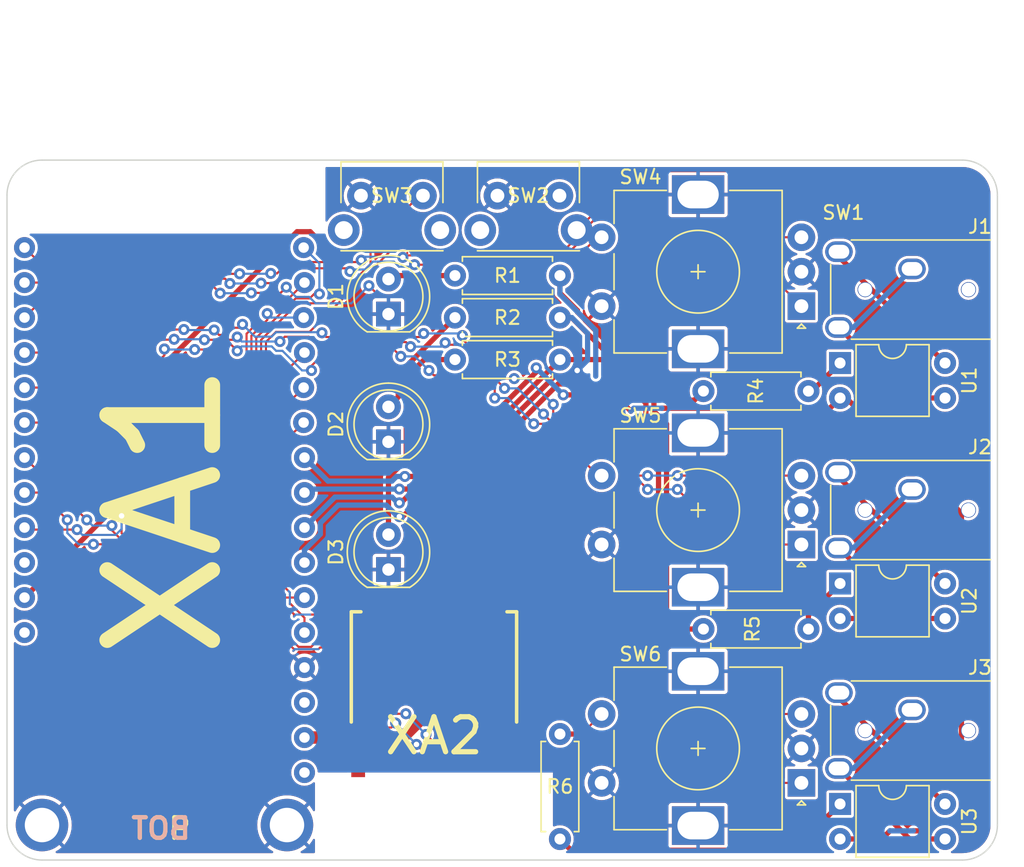
<source format=kicad_pcb>
(kicad_pcb (version 20211014) (generator pcbnew)
  (layers (0 "F.Cu" signal) (31 "B.Cu" signal) (34 "B.Paste" user) (35 "F.Paste" user) (36 "B.SilkS" user "B.Silkscreen") (37 "F.SilkS" user "F.Silkscreen") (38 "B.Mask" user) (39 "F.Mask" user) (44 "Edge.Cuts" user))
  (net 0 "")
  (net 1 "GND")
  (net 2 "Net-(D1-Pad2)")
  (net 3 "Net-(D2-Pad2)")
  (net 4 "Net-(D3-Pad2)")
  (net 5 "Net-(J1-PadR)")
  (net 6 "Net-(J1-PadT)")
  (net 7 "Net-(J2-PadR)")
  (net 8 "Net-(J2-PadT)")
  (net 9 "Net-(J3-PadR)")
  (net 10 "Net-(J3-PadT)")
  (net 11 "Net-(R1-Pad1)")
  (net 12 "Net-(R2-Pad1)")
  (net 13 "Net-(R3-Pad1)")
  (net 14 "Net-(R4-Pad2)")
  (net 15 "Net-(R5-Pad2)")
  (net 16 "Net-(R6-Pad2)")
  (net 18 "Net-(SW1-Pad3)")
  (net 19 "Net-(SW2-Pad2)")
  (net 20 "Net-(SW3-Pad2)")
  (net 21 "Net-(SW4-PadA)")
  (net 22 "Net-(SW4-PadB)")
  (net 23 "Net-(SW4-PadS1)")
  (net 24 "Net-(U1-Pad2)")
  (net 26 "+3.3V")
  (net 28 "/SCK")
  (net 29 "/MOSI")
  (net 30 "/MISO")
  (net 31 "/CS")
  (net 32 "/CE")
  (net 33 "/IRQ")
  (net 34 "VBUS")
  (net 35 "+BATT")
  (net 36 "Net-(SW5-PadA)")
  (net 37 "Net-(SW5-PadB)")
  (net 38 "Net-(SW5-PadS1)")
  (net 39 "Net-(SW6-PadA)")
  (net 40 "Net-(SW6-PadB)")
  (net 41 "Net-(SW6-PadS1)")
  (footprint "footprints:PEC12R-4xxxF-Sxxxx" (layer "F.Cu") (at 173.228 86.8 180)
    (fp_text reference "SW4")
    (fp_text value "PEC12R-4xxxF-Sxxxx")
  )
  (footprint "Resistor_THT:R_Axial_DIN0207_L6.3mm_D2.5mm_P7.62mm_Horizontal" (layer "F.Cu") (at 166.116 110.236)
    (fp_text reference "R5")
    (fp_text value "330")
  )
  (footprint "footprints:TS11-674-XX-BK-XXX-RA-D" (layer "F.Cu") (at 153.416 81.28)
    (fp_text reference "SW2")
    (fp_text value "TS11-674-XX-BK-XXX-RA-D")
  )
  (footprint "Package_DIP:DIP-4_W7.62mm" (layer "F.Cu") (at 176.032 122.931)
    (fp_text reference "U3")
    (fp_text value "AB30")
  )
  (footprint "footprints:CSS-1210TB" (layer "F.Cu") (at 179.578 77.47 180)
    (fp_text reference "SW1")
    (fp_text value "SW_SPDT")
  )
  (footprint "LED_THT:LED_D5.0mm" (layer "F.Cu") (at 143.256 87.376 90)
    (fp_text reference "D1")
    (fp_text value "LED")
  )
  (footprint "footprints:NRF24L01-Mini" (layer "F.Cu") (at 146.558 117.983 180)
    (fp_text reference "XA2")
    (fp_text value "NRF24L01-Mini")
  )
  (footprint "footprints:STX-3000" (layer "F.Cu") (at 187.452 117.602 -90)
    (fp_text reference "J3")
    (fp_text value "STX-3000")
  )
  (footprint "LED_THT:LED_D5.0mm" (layer "F.Cu") (at 143.256 105.918 90)
    (fp_text reference "D3")
    (fp_text value "LED")
  )
  (footprint "footprints:STX-3000" (layer "F.Cu") (at 187.452 85.598 -90)
    (fp_text reference "J1")
    (fp_text value "STX-3000")
  )
  (footprint "footprints:PEC12R-4xxxF-Sxxxx" (layer "F.Cu") (at 173.228 121.4 180)
    (fp_text reference "SW6")
    (fp_text value "PEC12R-4xxxF-Sxxxx")
  )
  (footprint "LED_THT:LED_D5.0mm" (layer "F.Cu") (at 143.256 96.647 90)
    (fp_text reference "D2")
    (fp_text value "LED")
  )
  (footprint "Resistor_THT:R_Axial_DIN0207_L6.3mm_D2.5mm_P7.62mm_Horizontal" (layer "F.Cu") (at 155.702 84.582 180)
    (fp_text reference "R1")
    (fp_text value "680")
  )
  (footprint "Resistor_THT:R_Axial_DIN0207_L6.3mm_D2.5mm_P7.62mm_Horizontal" (layer "F.Cu") (at 155.702 90.678 180)
    (fp_text reference "R3")
    (fp_text value "680")
  )
  (footprint "footprints:STX-3000" (layer "F.Cu") (at 187.452 101.6 -90)
    (fp_text reference "J2")
    (fp_text value "STX-3000")
  )
  (footprint "footprints:TS11-674-XX-BK-XXX-RA-D" (layer "F.Cu") (at 143.51 81.28)
    (fp_text reference "SW3")
    (fp_text value "TS11-674-XX-BK-XXX-RA-D")
  )
  (footprint "Package_DIP:DIP-4_W7.62mm" (layer "F.Cu") (at 176.032 106.929)
    (fp_text reference "U2")
    (fp_text value "AB30")
  )
  (footprint "Resistor_THT:R_Axial_DIN0207_L6.3mm_D2.5mm_P7.62mm_Horizontal" (layer "F.Cu") (at 155.702 117.856 -90)
    (fp_text reference "R6")
    (fp_text value "330")
  )
  (footprint "Resistor_THT:R_Axial_DIN0207_L6.3mm_D2.5mm_P7.62mm_Horizontal" (layer "F.Cu") (at 155.702 87.63 180)
    (fp_text reference "R2")
    (fp_text value "680")
  )
  (footprint "footprints:Adafruit Feather nRF52840 Express" (layer "F.Cu") (at 127 101.6 90)
    (fp_text reference "XA1")
    (fp_text value "Adafruit_nRF52840_Feather_Express")
  )
  (footprint "Resistor_THT:R_Axial_DIN0207_L6.3mm_D2.5mm_P7.62mm_Horizontal" (layer "F.Cu") (at 166.116 92.964)
    (fp_text reference "R4")
    (fp_text value "330")
  )
  (footprint "footprints:PEC12R-4xxxF-Sxxxx" (layer "F.Cu") (at 173.228 104.1 180)
    (fp_text reference "SW5")
    (fp_text value "PEC12R-4xxxF-Sxxxx")
  )
  (footprint "Package_DIP:DIP-4_W7.62mm" (layer "F.Cu") (at 176.032 90.927)
    (fp_text reference "U1")
    (fp_text value "AB30")
  )
  (gr_arc (start 184.912 76.2) (mid 186.708051 76.943949) (end 187.452 78.74) (layer "Edge.Cuts") (width 0.1))
  (gr_line (start 118.11 76.2) (end 184.912 76.2) (layer "Edge.Cuts") (width 0.1))
  (gr_line (start 118.11 127) (end 184.912 127) (layer "Edge.Cuts") (width 0.1))
  (gr_arc (start 118.11 127) (mid 116.313949 126.256051) (end 115.57 124.46) (layer "Edge.Cuts") (width 0.1))
  (gr_arc (start 115.57 78.74) (mid 116.313949 76.943949) (end 118.11 76.2) (layer "Edge.Cuts") (width 0.1))
  (gr_arc (start 187.452 124.46) (mid 186.708051 126.256051) (end 184.912 127) (layer "Edge.Cuts") (width 0.1))
  (gr_line (start 187.452 78.74) (end 187.452 124.46) (layer "Edge.Cuts") (width 0.1))
  (gr_line (start 115.57 124.46) (end 115.57 78.74) (layer "Edge.Cuts") (width 0.1))
  (gr_text "BOT" (at 126.746 124.714) (layer "B.SilkS") (effects (font (size 1.5 1.5) (thickness 0.3)) (justify mirror)))
  (gr_text "TOP" (at 126.746 124.714) (layer "F.SilkS") (effects (font (size 1.5 1.5) (thickness 0.3))))
  (segment (start 148.082 84.582) (end 143.51 84.582) (width 0.381) (layer "F.Cu") (net 2))
  (segment (start 143.51 84.582) (end 143.256 84.836) (width 0.381) (layer "F.Cu") (net 2))
  (segment (start 148.082 87.63) (end 143.9655 91.7465) (width 0.381) (layer "F.Cu") (net 3))
  (segment (start 143.9655 91.7465) (end 143.9655 93.3975) (width 0.381) (layer "F.Cu") (net 3))
  (segment (start 143.9655 93.3975) (end 143.256 94.107) (width 0.381) (layer "F.Cu") (net 3))
  (segment (start 143.256 99.234104) (end 143.256 103.378) (width 0.381) (layer "F.Cu") (net 4))
  (segment (start 144.5465 91.987158) (end 144.5465 97.943604) (width 0.381) (layer "F.Cu") (net 4))
  (segment (start 144.5465 97.943604) (end 143.256 99.234104) (width 0.381) (layer "F.Cu") (net 4))
  (segment (start 145.855658 90.678) (end 144.5465 91.987158) (width 0.381) (layer "F.Cu") (net 4))
  (segment (start 148.082 90.678) (end 145.855658 90.678) (width 0.381) (layer "F.Cu") (net 4))
  (segment (start 183.652 93.467) (end 181.071 93.467) (width 0.381) (layer "F.Cu") (net 5))
  (segment (start 181.071 93.467) (end 175.952 88.348) (width 0.381) (layer "F.Cu") (net 5))
  (segment (start 175.952 88.348) (end 177.002 88.348) (width 0.381) (layer "B.Cu") (net 5))
  (segment (start 177.002 88.348) (end 181.252 84.098) (width 0.381) (layer "B.Cu") (net 5))
  (segment (start 175.952 83.227) (end 183.652 90.927) (width 0.381) (layer "F.Cu") (net 6))
  (segment (start 175.952 82.848) (end 175.952 83.227) (width 0.381) (layer "F.Cu") (net 6))
  (segment (start 181.071 109.469) (end 175.952 104.35) (width 0.381) (layer "F.Cu") (net 7))
  (segment (start 183.652 109.469) (end 181.071 109.469) (width 0.381) (layer "F.Cu") (net 7))
  (segment (start 177.002 104.35) (end 181.252 100.1) (width 0.381) (layer "B.Cu") (net 7))
  (segment (start 175.952 104.35) (end 177.002 104.35) (width 0.381) (layer "B.Cu") (net 7))
  (segment (start 175.952 99.229) (end 175.952 98.85) (width 0.381) (layer "F.Cu") (net 8))
  (segment (start 183.652 106.929) (end 175.952 99.229) (width 0.381) (layer "F.Cu") (net 8))
  (segment (start 181.071 125.471) (end 175.952 120.352) (width 0.381) (layer "F.Cu") (net 9))
  (segment (start 183.652 125.471) (end 181.071 125.471) (width 0.381) (layer "F.Cu") (net 9))
  (segment (start 175.952 120.352) (end 177.002 120.352) (width 0.381) (layer "B.Cu") (net 9))
  (segment (start 177.002 120.352) (end 181.252 116.102) (width 0.381) (layer "B.Cu") (net 9))
  (segment (start 183.652 122.931) (end 175.952 115.231) (width 0.381) (layer "F.Cu") (net 10))
  (segment (start 175.952 115.231) (end 175.952 114.852) (width 0.381) (layer "F.Cu") (net 10))
  (segment (start 165.4515 93.6285) (end 166.116 92.964) (width 0.381) (layer "F.Cu") (net 11))
  (segment (start 147.119153 100.904163) (end 145.464422 100.904163) (width 0.381) (layer "F.Cu") (net 11))
  (segment (start 156.972 87.122) (end 156.972 87.230518) (width 0.381) (layer "F.Cu") (net 11))
  (segment (start 163.369982 93.6285) (end 165.4515 93.6285) (width 0.381) (layer "F.Cu") (net 11))
  (segment (start 156.43578 92.4495) (end 155.573816 92.4495) (width 0.381) (layer "F.Cu") (net 11))
  (segment (start 156.972 87.230518) (end 163.369982 93.6285) (width 0.381) (layer "F.Cu") (net 11))
  (segment (start 155.702 84.582) (end 155.702 85.852) (width 0.381) (layer "F.Cu") (net 11))
  (segment (start 155.573816 92.4495) (end 147.119153 100.904163) (width 0.381) (layer "F.Cu") (net 11))
  (segment (start 144.292518 102.076067) (end 144.046 102.076067) (width 0.381) (layer "F.Cu") (net 11))
  (segment (start 145.464422 100.904163) (end 144.292518 102.076067) (width 0.381) (layer "F.Cu") (net 11))
  (segment (start 155.702 85.852) (end 156.972 87.122) (width 0.381) (layer "F.Cu") (net 11))
  (via (at 144.046 102.076067) (size 0.8) (drill 0.4) (layers "F.Cu" "B.Cu") (net 11))
  (segment (start 139.612597 101.239061) (end 138.3125 102.539158) (width 0.381) (layer "B.Cu") (net 11))
  (segment (start 143.090561 101.239061) (end 139.612597 101.239061) (width 0.381) (layer "B.Cu") (net 11))
  (segment (start 155.702 85.946378) (end 155.702 84.582) (width 0.381) (layer "B.Cu") (net 11))
  (segment (start 137.16 104.499882) (end 137.16 105.41) (width 0.381) (layer "B.Cu") (net 11))
  (segment (start 144.046 102.076067) (end 143.927567 102.076067) (width 0.381) (layer "B.Cu") (net 11))
  (segment (start 138.3125 103.347382) (end 137.16 104.499882) (width 0.381) (layer "B.Cu") (net 11))
  (segment (start 143.927567 102.076067) (end 143.090561 101.239061) (width 0.381) (layer "B.Cu") (net 11))
  (segment (start 138.3125 102.539158) (end 138.3125 103.347382) (width 0.381) (layer "B.Cu") (net 11))
  (segment (start 158.299477 88.543855) (end 155.702 85.946378) (width 0.381) (layer "B.Cu") (net 11))
  (segment (start 158.299477 91.883523) (end 158.299477 88.543855) (width 0.381) (layer "B.Cu") (net 11))
  (segment (start 144.164433 101.076564) (end 144.046 101.076564) (width 0.381) (layer "F.Cu") (net 12))
  (segment (start 146.878495 100.323163) (end 145.223764 100.323163) (width 0.381) (layer "F.Cu") (net 12))
  (segment (start 156.549824 87.63) (end 162.523194 93.60337) (width 0.381) (layer "F.Cu") (net 12))
  (segment (start 155.702 87.63) (end 156.549824 87.63) (width 0.381) (layer "F.Cu") (net 12))
  (segment (start 156.770599 91.293023) (end 156.195122 91.8685) (width 0.381) (layer "F.Cu") (net 12))
  (segment (start 162.523194 94.438464) (end 163.4375 95.35277) (width 0.381) (layer "F.Cu") (net 12))
  (segment (start 145.223764 100.323163) (end 144.888866 100.658061) (width 0.381) (layer "F.Cu") (net 12))
  (segment (start 163.4375 95.35277) (end 163.4375 108.9905) (width 0.381) (layer "F.Cu") (net 12))
  (segment (start 155.333158 91.8685) (end 146.878495 100.323163) (width 0.381) (layer "F.Cu") (net 12))
  (segment (start 156.778776 91.293023) (end 156.770599 91.293023) (width 0.381) (layer "F.Cu") (net 12))
  (segment (start 156.195122 91.8685) (end 155.333158 91.8685) (width 0.381) (layer "F.Cu") (net 12))
  (segment (start 144.582936 100.658061) (end 144.164433 101.076564) (width 0.381) (layer "F.Cu") (net 12))
  (segment (start 162.523194 93.60337) (end 162.523194 94.438464) (width 0.381) (layer "F.Cu") (net 12))
  (segment (start 144.888866 100.658061) (end 144.582936 100.658061) (width 0.381) (layer "F.Cu") (net 12))
  (segment (start 156.953753 91.468) (end 156.778776 91.293023) (width 0.381) (layer "F.Cu") (net 12))
  (segment (start 164.683 110.236) (end 166.116 110.236) (width 0.381) (layer "F.Cu") (net 12))
  (segment (start 163.4375 108.9905) (end 164.683 110.236) (width 0.381) (layer "F.Cu") (net 12))
  (via (at 144.046 101.076564) (size 0.8) (drill 0.4) (layers "F.Cu" "B.Cu") (net 12))
  (via (at 156.953753 91.468) (size 0.8) (drill 0.4) (layers "F.Cu" "B.Cu") (net 12))
  (segment (start 157.708977 88.775013) (end 156.563964 87.63) (width 0.381) (layer "B.Cu") (net 12))
  (segment (start 143.509064 100.658061) (end 139.371939 100.658061) (width 0.381) (layer "B.Cu") (net 12))
  (segment (start 139.371939 100.658061) (end 137.16 102.87) (width 0.381) (layer "B.Cu") (net 12))
  (segment (start 144.046 101.076564) (end 143.927567 101.076564) (width 0.381) (layer "B.Cu") (net 12))
  (segment (start 157.708977 90.712776) (end 157.708977 88.775013) (width 0.381) (layer "B.Cu") (net 12))
  (segment (start 143.927567 101.076564) (end 143.509064 100.658061) (width 0.381) (layer "B.Cu") (net 12))
  (segment (start 156.953753 91.468) (end 157.708977 90.712776) (width 0.381) (layer "B.Cu") (net 12))
  (segment (start 156.563964 87.63) (end 155.702 87.63) (width 0.381) (layer "B.Cu") (net 12))
  (segment (start 144.983106 99.742163) (end 144.648208 100.077061) (width 0.381) (layer "F.Cu") (net 13))
  (segment (start 155.702 90.678) (end 158.776166 90.678) (width 0.381) (layer "F.Cu") (net 13))
  (segment (start 161.942194 93.844028) (end 161.942194 94.679122) (width 0.381) (layer "F.Cu") (net 13))
  (segment (start 158.776166 90.678) (end 161.942194 93.844028) (width 0.381) (layer "F.Cu") (net 13))
  (segment (start 159.238464 117.856) (end 155.702 117.856) (width 0.381) (layer "F.Cu") (net 13))
  (segment (start 162.8565 95.593428) (end 162.8565 114.237964) (width 0.381) (layer "F.Cu") (net 13))
  (segment (start 162.8565 114.237964) (end 159.238464 117.856) (width 0.381) (layer "F.Cu") (net 13))
  (segment (start 144.648208 100.077061) (end 144.046 100.077061) (width 0.381) (layer "F.Cu") (net 13))
  (segment (start 161.942194 94.679122) (end 162.8565 95.593428) (width 0.381) (layer "F.Cu") (net 13))
  (segment (start 146.637837 99.742163) (end 144.983106 99.742163) (width 0.381) (layer "F.Cu") (net 13))
  (segment (start 155.702 90.678) (end 146.637837 99.742163) (width 0.381) (layer "F.Cu") (net 13))
  (via (at 144.046 100.077061) (size 0.8) (drill 0.4) (layers "F.Cu" "B.Cu") (net 13))
  (segment (start 144.046 100.077061) (end 137.412939 100.077061) (width 0.381) (layer "B.Cu") (net 13))
  (segment (start 137.412939 100.077061) (end 137.16 100.33) (width 0.381) (layer "B.Cu") (net 13))
  (segment (start 173.995 92.964) (end 176.032 90.927) (width 0.381) (layer "F.Cu") (net 14))
  (segment (start 173.736 92.964) (end 173.995 92.964) (width 0.381) (layer "F.Cu") (net 14))
  (segment (start 173.736 110.236) (end 173.736 109.225) (width 0.381) (layer "F.Cu") (net 15))
  (segment (start 173.736 109.225) (end 176.032 106.929) (width 0.381) (layer "F.Cu") (net 15))
  (segment (start 172.6725 126.2905) (end 176.032 122.931) (width 0.381) (layer "F.Cu") (net 16))
  (segment (start 156.5165 126.2905) (end 172.6725 126.2905) (width 0.381) (layer "F.Cu") (net 16))
  (segment (start 155.702 125.476) (end 156.5165 126.2905) (width 0.381) (layer "F.Cu") (net 16))
  (segment (start 140.705673 82.920674) (end 139.100556 82.920674) (width 0.381) (layer "F.Cu") (net 18))
  (segment (start 180.578 79.82) (end 180.578 78.0302) (width 0.381) (layer "F.Cu") (net 18))
  (segment (start 139.100556 82.920674) (end 137.577382 81.3975) (width 0.381) (layer "F.Cu") (net 18))
  (segment (start 136.622618 81.3975) (end 125.984 92.036118) (width 0.381) (layer "F.Cu") (net 18))
  (segment (start 144.3695 78.204036) (end 144.3695 79.256847) (width 0.381) (layer "F.Cu") (net 18))
  (segment (start 125.984 98.806) (end 116.84 107.95) (width 0.381) (layer "F.Cu") (net 18))
  (segment (start 179.4383 76.8905) (end 145.683036 76.8905) (width 0.381) (layer "F.Cu") (net 18))
  (segment (start 125.984 92.036118) (end 125.984 98.806) (width 0.381) (layer "F.Cu") (net 18))
  (segment (start 180.578 78.0302) (end 179.4383 76.8905) (width 0.381) (layer "F.Cu") (net 18))
  (segment (start 144.3695 79.256847) (end 140.705673 82.920674) (width 0.381) (layer "F.Cu") (net 18))
  (segment (start 137.577382 81.3975) (end 136.622618 81.3975) (width 0.381) (layer "F.Cu") (net 18))
  (segment (start 145.683036 76.8905) (end 144.3695 78.204036) (width 0.381) (layer "F.Cu") (net 18))
  (segment (start 136.552881 108.811118) (end 136.167463 108.4257) (width 0.1524) (layer "F.Cu") (net 19))
  (segment (start 144.770332 82.58413) (end 143.614107 82.58413) (width 0.1524) (layer "F.Cu") (net 19))
  (segment (start 134.366 105.840833) (end 135.999467 107.4743) (width 0.1524) (layer "F.Cu") (net 19))
  (segment (start 147.058087 83.0872) (end 145.896787 83.0872) (width 0.1524) (layer "F.Cu") (net 19))
  (segment (start 144.949602 82.7634) (end 144.770332 82.58413) (width 0.1524) (layer "F.Cu") (net 19))
  (segment (start 155.666 78.78) (end 154.519 78.78) (width 0.1524) (layer "F.Cu") (net 19))
  (segment (start 137.530037 88.6682) (end 135.091931 88.6682) (width 0.1524) (layer "F.Cu") (net 19))
  (segment (start 136.167463 108.4257) (end 136.09887 108.4257) (width 0.1524) (layer "F.Cu") (net 19))
  (segment (start 134.366 89.394131) (end 134.366 105.840833) (width 0.1524) (layer "F.Cu") (net 19))
  (segment (start 150.498 82.801) (end 147.344287 82.801) (width 0.1524) (layer "F.Cu") (net 19))
  (segment (start 147.344287 82.801) (end 147.058087 83.0872) (width 0.1524) (layer "F.Cu") (net 19))
  (segment (start 137.16 109.418237) (end 136.552881 108.811118) (width 0.1524) (layer "F.Cu") (net 19))
  (segment (start 137.16 110.49) (end 137.16 109.418237) (width 0.1524) (layer "F.Cu") (net 19))
  (segment (start 154.519 78.78) (end 150.498 82.801) (width 0.1524) (layer "F.Cu") (net 19))
  (segment (start 135.091931 88.6682) (end 134.366 89.394131) (width 0.1524) (layer "F.Cu") (net 19))
  (segment (start 143.614107 82.58413) (end 137.530037 88.6682) (width 0.1524) (layer "F.Cu") (net 19))
  (segment (start 145.896787 83.0872) (end 145.572987 82.7634) (width 0.1524) (layer "F.Cu") (net 19))
  (segment (start 145.572987 82.7634) (end 144.949602 82.7634) (width 0.1524) (layer "F.Cu") (net 19))
  (segment (start 136.09887 107.573703) (end 135.999467 107.4743) (width 0.1524) (layer "B.Cu") (net 19))
  (segment (start 136.09887 108.4257) (end 136.09887 107.573703) (width 0.1524) (layer "B.Cu") (net 19))
  (segment (start 135.516158 107.489359) (end 134.0136 105.986801) (width 0.1524) (layer "F.Cu") (net 20))
  (segment (start 137.16 107.95) (end 135.800442 107.95) (width 0.1524) (layer "F.Cu") (net 20))
  (segment (start 145.506361 78.78) (end 145.76 78.78) (width 0.1524) (layer "F.Cu") (net 20))
  (segment (start 141.956177 82.330184) (end 145.506361 78.78) (width 0.1524) (layer "F.Cu") (net 20))
  (segment (start 136.669963 86.5918) (end 139.108775 86.5918) (width 0.1524) (layer "F.Cu") (net 20))
  (segment (start 134.0136 89.248163) (end 136.669963 86.5918) (width 0.1524) (layer "F.Cu") (net 20))
  (segment (start 141.956177 83.744398) (end 141.956177 82.330184) (width 0.1524) (layer "F.Cu") (net 20))
  (segment (start 135.516158 107.665716) (end 135.516158 107.489359) (width 0.1524) (layer "F.Cu") (net 20))
  (segment (start 134.0136 105.986801) (end 134.0136 89.248163) (width 0.1524) (layer "F.Cu") (net 20))
  (segment (start 135.800442 107.95) (end 135.516158 107.665716) (width 0.1524) (layer "F.Cu") (net 20))
  (segment (start 139.108775 86.5918) (end 141.956177 83.744398) (width 0.1524) (layer "F.Cu") (net 20))
  (segment (start 154.960709 82.910291) (end 156.338898 82.910291) (width 0.1524) (layer "F.Cu") (net 21))
  (segment (start 158.19938 80.5238) (end 159.25662 80.5238) (width 0.1524) (layer "F.Cu") (net 21))
  (segment (start 168.5804 82.1524) (end 173.228 86.8) (width 0.1524) (layer "F.Cu") (net 21))
  (segment (start 160.88522 82.1524) (end 168.5804 82.1524) (width 0.1524) (layer "F.Cu") (net 21))
  (segment (start 118.881632 85.09) (end 119.164232 84.8074) (width 0.1524) (layer "F.Cu") (net 21))
  (segment (start 119.164232 84.8074) (end 131.399889 84.8074) (width 0.1524) (layer "F.Cu") (net 21))
  (segment (start 134.007919 85.129429) (end 134.964211 85.129429) (width 0.1524) (layer "F.Cu") (net 21))
  (segment (start 131.399889 84.8074) (end 131.747689 85.1552) (width 0.1524) (layer "F.Cu") (net 21))
  (segment (start 159.25662 80.5238) (end 160.88522 82.1524) (width 0.1524) (layer "F.Cu") (net 21))
  (segment (start 154.3652 83.5058) (end 154.960709 82.910291) (width 0.1524) (layer "F.Cu") (net 21))
  (segment (start 145.146927 83.792) (end 147.350023 83.792) (width 0.1524) (layer "F.Cu") (net 21))
  (segment (start 140.236893 84.0518) (end 140.462 84.276907) (width 0.1524) (layer "F.Cu") (net 21))
  (segment (start 116.84 85.09) (end 118.881632 85.09) (width 0.1524) (layer "F.Cu") (net 21))
  (segment (start 157.2946 81.42858) (end 158.19938 80.5238) (width 0.1524) (layer "F.Cu") (net 21))
  (segment (start 156.338898 82.910291) (end 157.2946 81.954589) (width 0.1524) (layer "F.Cu") (net 21))
  (segment (start 136.04184 84.0518) (end 140.236893 84.0518) (width 0.1524) (layer "F.Cu") (net 21))
  (segment (start 147.350023 83.792) (end 147.636223 83.5058) (width 0.1524) (layer "F.Cu") (net 21))
  (segment (start 147.636223 83.5058) (end 154.3652 83.5058) (width 0.1524) (layer "F.Cu") (net 21))
  (segment (start 157.2946 81.954589) (end 157.2946 81.42858) (width 0.1524) (layer "F.Cu") (net 21))
  (segment (start 134.964211 85.129429) (end 136.04184 84.0518) (width 0.1524) (layer "F.Cu") (net 21))
  (via (at 145.146927 83.792) (size 0.8) (drill 0.4) (layers "F.Cu" "B.Cu") (net 21))
  (via (at 131.747689 85.1552) (size 0.8) (drill 0.4) (layers "F.Cu" "B.Cu") (net 21))
  (via (at 134.007919 85.129429) (size 0.8) (drill 0.4) (layers "F.Cu" "B.Cu") (net 21))
  (via (at 140.462 84.276907) (size 0.8) (drill 0.4) (layers "F.Cu" "B.Cu") (net 21))
  (segment (start 140.598401 84.140506) (end 140.462 84.276907) (width 0.1524) (layer "B.Cu") (net 21))
  (segment (start 144.015893 83.93603) (end 143.645863 83.566) (width 0.1524) (layer "B.Cu") (net 21))
  (segment (start 145.002897 83.93603) (end 144.015893 83.93603) (width 0.1524) (layer "B.Cu") (net 21))
  (segment (start 131.747689 85.1552) (end 133.982148 85.1552) (width 0.1524) (layer "B.Cu") (net 21))
  (segment (start 142.134575 83.566) (end 141.560069 84.140506) (width 0.1524) (layer "B.Cu") (net 21))
  (segment (start 133.982148 85.1552) (end 134.007919 85.129429) (width 0.1524) (layer "B.Cu") (net 21))
  (segment (start 141.560069 84.140506) (end 140.598401 84.140506) (width 0.1524) (layer "B.Cu") (net 21))
  (segment (start 145.146927 83.792) (end 145.002897 83.93603) (width 0.1524) (layer "B.Cu") (net 21))
  (segment (start 143.645863 83.566) (end 142.134575 83.566) (width 0.1524) (layer "B.Cu") (net 21))
  (segment (start 135.994065 83.601207) (end 135.172598 84.422674) (width 0.1524) (layer "F.Cu") (net 22))
  (segment (start 144.300564 83.26033) (end 144.445094 83.1158) (width 0.1524) (layer "F.Cu") (net 22))
  (segment (start 147.204055 83.4396) (end 147.490255 83.1534) (width 0.1524) (layer "F.Cu") (net 22))
  (segment (start 147.490255 83.1534) (end 154.196162 83.1534) (width 0.1524) (layer "F.Cu") (net 22))
  (segment (start 132.447888 84.455) (end 132.454444 84.448444) (width 0.1524) (layer "F.Cu") (net 22))
  (segment (start 154.196162 83.1534) (end 154.791671 82.557891) (width 0.1524) (layer "F.Cu") (net 22))
  (segment (start 118.745 84.455) (end 132.447888 84.455) (width 0.1524) (layer "F.Cu") (net 22))
  (segment (start 145.750819 83.4396) (end 147.204055 83.4396) (width 0.1524) (layer "F.Cu") (net 22))
  (segment (start 156.9422 81.80862) (end 156.9422 81.282612) (width 0.1524) (layer "F.Cu") (net 22))
  (segment (start 144.445094 83.1158) (end 145.427019 83.1158) (width 0.1524) (layer "F.Cu") (net 22))
  (segment (start 156.9422 81.282612) (end 158.053412 80.1714) (width 0.1524) (layer "F.Cu") (net 22))
  (segment (start 159.402588 80.1714) (end 161.031188 81.8) (width 0.1524) (layer "F.Cu") (net 22))
  (segment (start 161.031188 81.8) (end 173.228 81.8) (width 0.1524) (layer "F.Cu") (net 22))
  (segment (start 141.143076 83.601207) (end 135.994065 83.601207) (width 0.1524) (layer "F.Cu") (net 22))
  (segment (start 158.053412 80.1714) (end 159.402588 80.1714) (width 0.1524) (layer "F.Cu") (net 22))
  (segment (start 154.791671 82.557891) (end 156.192929 82.557891) (width 0.1524) (layer "F.Cu") (net 22))
  (segment (start 156.192929 82.557891) (end 156.9422 81.80862) (width 0.1524) (layer "F.Cu") (net 22))
  (segment (start 116.84 82.55) (end 118.745 84.455) (width 0.1524) (layer "F.Cu") (net 22))
  (segment (start 145.427019 83.1158) (end 145.750819 83.4396) (width 0.1524) (layer "F.Cu") (net 22))
  (segment (start 144.300564 83.26033) (end 144.624364 82.93653) (width 0.1524) (layer "F.Cu") (net 22))
  (segment (start 135.172598 84.422674) (end 134.714674 84.422674) (width 0.1524) (layer "F.Cu") (net 22))
  (segment (start 141.279977 83.464306) (end 141.143076 83.601207) (width 0.1524) (layer "F.Cu") (net 22))
  (via (at 132.454444 84.448444) (size 0.8) (drill 0.4) (layers "F.Cu" "B.Cu") (net 22))
  (via (at 134.714674 84.422674) (size 0.8) (drill 0.4) (layers "F.Cu" "B.Cu") (net 22))
  (via (at 144.300564 83.26033) (size 0.8) (drill 0.4) (layers "F.Cu" "B.Cu") (net 22))
  (via (at 141.279977 83.464306) (size 0.8) (drill 0.4) (layers "F.Cu" "B.Cu") (net 22))
  (segment (start 132.454444 84.448444) (end 134.688904 84.448444) (width 0.1524) (layer "B.Cu") (net 22))
  (segment (start 141.530683 83.2136) (end 141.279977 83.464306) (width 0.1524) (layer "B.Cu") (net 22))
  (segment (start 134.688904 84.448444) (end 134.714674 84.422674) (width 0.1524) (layer "B.Cu") (net 22))
  (segment (start 144.300564 83.26033) (end 144.253834 83.2136) (width 0.1524) (layer "B.Cu") (net 22))
  (segment (start 144.253834 83.2136) (end 141.530683 83.2136) (width 0.1524) (layer "B.Cu") (net 22))
  (segment (start 156.950258 83.262694) (end 158.3422 81.870752) (width 0.1524) (layer "F.Cu") (net 23))
  (segment (start 119.888 85.1598) (end 130.338778 85.1598) (width 0.1524) (layer "F.Cu") (net 23))
  (segment (start 150.327778 83.8582) (end 154.582907 83.8582) (width 0.1524) (layer "F.Cu") (net 23))
  (segment (start 130.338778 85.1598) (end 131.040933 85.861955) (width 0.1524) (layer "F.Cu") (net 23))
  (segment (start 116.84 87.63) (end 119.3102 85.1598) (width 0.1524) (layer "F.Cu") (net 23))
  (segment (start 141.836012 85.31781) (end 142.530402 86.0122) (width 0.1524) (layer "F.Cu") (net 23))
  (segment (start 158.3422 81.870752) (end 158.3422 81.8) (width 0.1524) (layer "F.Cu") (net 23))
  (segment (start 154.582907 83.8582) (end 155.178413 83.262694) (width 0.1524) (layer "F.Cu") (net 23))
  (segment (start 135.427207 85.836184) (end 133.301164 85.836184) (width 0.1524) (layer "F.Cu") (net 23))
  (segment (start 148.173777 86.0122) (end 150.327778 83.8582) (width 0.1524) (layer "F.Cu") (net 23))
  (segment (start 119.3102 85.1598) (end 119.888 85.1598) (width 0.1524) (layer "F.Cu") (net 23))
  (segment (start 158.3422 81.8) (end 158.728 81.8) (width 0.1524) (layer "F.Cu") (net 23))
  (segment (start 155.178413 83.262694) (end 156.950258 83.262694) (width 0.1524) (layer "F.Cu") (net 23))
  (segment (start 135.839957 85.423434) (end 135.427207 85.836184) (width 0.1524) (layer "F.Cu") (net 23))
  (segment (start 142.530402 86.0122) (end 148.173777 86.0122) (width 0.1524) (layer "F.Cu") (net 23))
  (via (at 135.839957 85.423434) (size 0.8) (drill 0.4) (layers "F.Cu" "B.Cu") (net 23))
  (via (at 141.836012 85.31781) (size 0.8) (drill 0.4) (layers "F.Cu" "B.Cu") (net 23))
  (via (at 131.040933 85.861955) (size 0.8) (drill 0.4) (layers "F.Cu" "B.Cu") (net 23))
  (via (at 133.301164 85.836184) (size 0.8) (drill 0.4) (layers "F.Cu" "B.Cu") (net 23))
  (segment (start 137.16 86.1282) (end 136.544723 86.1282) (width 0.1524) (layer "B.Cu") (net 23))
  (segment (start 133.275393 85.861955) (end 133.301164 85.836184) (width 0.1524) (layer "B.Cu") (net 23))
  (segment (start 131.040933 85.861955) (end 133.275393 85.861955) (width 0.1524) (layer "B.Cu") (net 23))
  (segment (start 137.698923 86.329076) (end 137.498047 86.1282) (width 0.1524) (layer "B.Cu") (net 23))
  (segment (start 141.836012 85.31781) (end 140.561522 86.5923) (width 0.1524) (layer "B.Cu") (net 23))
  (segment (start 138.176 86.5923) (end 137.962147 86.5923) (width 0.1524) (layer "B.Cu") (net 23))
  (segment (start 140.561522 86.5923) (end 138.176 86.5923) (width 0.1524) (layer "B.Cu") (net 23))
  (segment (start 137.962147 86.5923) (end 137.698923 86.329076) (width 0.1524) (layer "B.Cu") (net 23))
  (segment (start 136.544723 86.1282) (end 135.839957 85.423434) (width 0.1524) (layer "B.Cu") (net 23))
  (segment (start 137.498047 86.1282) (end 137.16 86.1282) (width 0.1524) (layer "B.Cu") (net 23))
  (segment (start 146.397179 99.161163) (end 144.44617 99.161163) (width 0.381) (layer "F.Cu") (net 24))
  (segment (start 175.2895 94.2095) (end 176.032 93.467) (width 0.381) (layer "F.Cu") (net 24))
  (segment (start 163.104194 94.197806) (end 163.115888 94.2095) (width 0.381) (layer "F.Cu") (net 24))
  (segment (start 184.8425 106.934) (end 184.8425 110.6745) (width 0.381) (layer "F.Cu") (net 24))
  (segment (start 182.549378 110.05) (end 183.158878 110.6595) (width 0.381) (layer "F.Cu") (net 24))
  (segment (start 176.481911 93.467) (end 182.477456 99.462545) (width 0.381) (layer "F.Cu") (net 24))
  (segment (start 184.15 124.206) (end 183.642 124.206) (width 0.381) (layer "F.Cu") (net 24))
  (segment (start 183.233378 124.206) (end 182.929689 124.509689) (width 0.381) (layer "F.Cu") (net 24))
  (segment (start 180.830342 110.05) (end 182.549378 110.05) (width 0.381) (layer "F.Cu") (net 24))
  (segment (start 183.642 124.206) (end 183.233378 124.206) (width 0.381) (layer "F.Cu") (net 24))
  (segment (start 182.929689 124.509689) (end 182.558378 124.881) (width 0.381) (layer "F.Cu") (net 24))
  (segment (start 154.167774 91.377838) (end 154.167774 91.390568) (width 0.381) (layer "F.Cu") (net 24))
  (segment (start 180.249342 109.469) (end 180.830342 110.05) (width 0.381) (layer "F.Cu") (net 24))
  (segment (start 184.8425 101.827589) (end 184.8425 106.934) (width 0.381) (layer "F.Cu") (net 24))
  (segment (start 159.668184 93.2395) (end 160.842977 94.414293) (width 0.381) (layer "F.Cu") (net 24))
  (segment (start 183.158878 110.6595) (end 184.8275 110.6595) (width 0.381) (layer "F.Cu") (net 24))
  (segment (start 176.032 93.467) (end 176.481911 93.467) (width 0.381) (layer "F.Cu") (net 24))
  (segment (start 184.8425 123.5135) (end 184.15 124.206) (width 0.381) (layer "F.Cu") (net 24))
  (segment (start 146.581461 98.976881) (end 146.397179 99.161163) (width 0.381) (layer "F.Cu") (net 24))
  (segment (start 182.477456 99.462545) (end 184.8425 101.827589) (width 0.381) (layer "F.Cu") (net 24))
  (segment (start 155.941473 93.2395) (end 159.668184 93.2395) (width 0.381) (layer "F.Cu") (net 24))
  (segment (start 153.982592 91.57575) (end 146.581461 98.976881) (width 0.381) (layer "F.Cu") (net 24))
  (segment (start 179.649983 124.884371) (end 179.063354 125.471) (width 0.381) (layer "F.Cu") (net 24))
  (segment (start 153.982592 91.280179) (end 153.982592 91.57575) (width 0.381) (layer "F.Cu") (net 24))
  (segment (start 184.8275 110.6595) (end 184.8425 110.6745) (width 0.381) (layer "F.Cu") (net 24))
  (segment (start 179.063354 125.471) (end 176.032 125.471) (width 0.381) (layer "F.Cu") (net 24))
  (segment (start 160.842977 94.414293) (end 160.842977 94.427023) (width 0.381) (layer "F.Cu") (net 24))
  (segment (start 182.558378 124.881) (end 181.356 124.881) (width 0.381) (layer "F.Cu") (net 24))
  (segment (start 184.8425 110.6745) (end 184.8425 123.5135) (width 0.381) (layer "F.Cu") (net 24))
  (segment (start 176.032 109.469) (end 180.249342 109.469) (width 0.381) (layer "F.Cu") (net 24))
  (segment (start 163.115888 94.2095) (end 175.2895 94.2095) (width 0.381) (layer "F.Cu") (net 24))
  (via (at 153.982592 91.280179) (size 0.8) (drill 0.4) (layers "F.Cu" "B.Cu") (net 24))
  (via (at 155.941473 93.2395) (size 0.8) (drill 0.4) (layers "F.Cu" "B.Cu") (net 24))
  (via (at 144.44617 99.161163) (size 0.8) (drill 0.4) (layers "F.Cu" "B.Cu") (net 24))
  (segment (start 160.842977 94.427023) (end 161.0605 94.2095) (width 0.381) (layer "B.Cu") (net 24))
  (segment (start 138.866061 99.496061) (end 137.16 97.79) (width 0.381) (layer "B.Cu") (net 24))
  (segment (start 143.843962 99.161163) (end 143.509064 99.496061) (width 0.381) (layer "B.Cu") (net 24))
  (segment (start 155.941473 93.23906) (end 153.982592 91.280179) (width 0.381) (layer "B.Cu") (net 24))
  (segment (start 179.653354 124.881) (end 179.649983 124.884371) (width 0.381) (layer "B.Cu") (net 24))
  (segment (start 144.44617 99.161163) (end 143.843962 99.161163) (width 0.381) (layer "B.Cu") (net 24))
  (segment (start 154.167774 91.377838) (end 154.167774 91.383081) (width 0.381) (layer "B.Cu") (net 24))
  (segment (start 143.509064 99.496061) (end 138.866061 99.496061) (width 0.381) (layer "B.Cu") (net 24))
  (segment (start 155.941473 93.2395) (end 155.941473 93.23906) (width 0.381) (layer "B.Cu") (net 24))
  (segment (start 161.0605 94.2095) (end 163.0925 94.2095) (width 0.381) (layer "B.Cu") (net 24))
  (segment (start 163.0925 94.2095) (end 163.104194 94.197806) (width 0.381) (layer "B.Cu") (net 24))
  (segment (start 181.356 124.881) (end 179.653354 124.881) (width 0.381) (layer "B.Cu") (net 24))
  (segment (start 137.16 118.11) (end 144.272 118.11) (width 0.9) (layer "F.Cu") (net 26))
  (segment (start 144.272 118.11) (end 151.003 111.379) (width 0.9) (layer "F.Cu") (net 26))
  (segment (start 151.003 111.379) (end 151.003 109.347) (width 0.9) (layer "F.Cu") (net 26))
  (segment (start 144.964804 107.95) (end 144.193172 107.95) (width 0.1524) (layer "F.Cu") (net 28))
  (segment (start 136.1218 96.2282) (end 137.1 95.25) (width 0.1524) (layer "F.Cu") (net 28))
  (segment (start 145.923 109.347) (end 145.923 108.908196) (width 0.1524) (layer "F.Cu") (net 28))
  (segment (start 143.18994 107.7184) (end 142.81514 107.3436) (width 0.1524) (layer "F.Cu") (net 28))
  (segment (start 142.81514 107.3436) (end 140.353968 107.3436) (width 0.1524) (layer "F.Cu") (net 28))
  (segment (start 145.923 108.908196) (end 144.964804 107.95) (width 0.1524) (layer "F.Cu") (net 28))
  (segment (start 140.353968 107.3436) (end 138.565501 105.555133) (width 0.1524) (layer "F.Cu") (net 28))
  (segment (start 144.193172 107.95) (end 143.961572 107.7184) (width 0.1524) (layer "F.Cu") (net 28))
  (segment (start 143.961572 107.7184) (end 143.18994 107.7184) (width 0.1524) (layer "F.Cu") (net 28))
  (segment (start 136.1218 100.760037) (end 136.1218 96.2282) (width 0.1524) (layer "F.Cu") (net 28))
  (segment (start 143.815604 108.0708) (end 143.043972 108.0708) (width 0.1524) (layer "F.Cu") (net 29))
  (segment (start 136.1218 103.300037) (end 136.1218 101.258405) (width 0.1524) (layer "F.Cu") (net 29))
  (segment (start 142.691572 107.7184) (end 140.2304 107.7184) (width 0.1524) (layer "F.Cu") (net 29))
  (segment (start 135.7694 94.0406) (end 137.1 92.71) (width 0.1524) (layer "F.Cu") (net 29))
  (segment (start 140.2304 107.7184) (end 138.213101 105.701101) (width 0.1524) (layer "F.Cu") (net 29))
  (segment (start 144.653 109.347) (end 144.653 108.908196) (width 0.1524) (layer "F.Cu") (net 29))
  (segment (start 143.043972 108.0708) (end 142.691572 107.7184) (width 0.1524) (layer "F.Cu") (net 29))
  (segment (start 136.1218 101.258405) (end 135.7694 100.906005) (width 0.1524) (layer "F.Cu") (net 29))
  (segment (start 144.653 108.908196) (end 143.815604 108.0708) (width 0.1524) (layer "F.Cu") (net 29))
  (segment (start 135.7694 100.906005) (end 135.7694 94.0406) (width 0.1524) (layer "F.Cu") (net 29))
  (segment (start 135.417 91.913) (end 137.16 90.17) (width 0.1524) (layer "F.Cu") (net 30))
  (segment (start 135.7694 101.404373) (end 135.417 101.051973) (width 0.1524) (layer "F.Cu") (net 30))
  (segment (start 136.1218 105.840037) (end 136.1218 103.798405) (width 0.1524) (layer "F.Cu") (net 30))
  (segment (start 136.1218 103.798405) (end 135.7694 103.446005) (width 0.1524) (layer "F.Cu") (net 30))
  (segment (start 138.471811 106.458179) (end 136.739942 106.458179) (width 0.1524) (layer "F.Cu") (net 30))
  (segment (start 143.383 109.347) (end 143.383 108.908196) (width 0.1524) (layer "F.Cu") (net 30))
  (segment (start 140.084432 108.0708) (end 138.471811 106.458179) (width 0.1524) (layer "F.Cu") (net 30))
  (segment (start 136.739942 106.458179) (end 136.1218 105.840037) (width 0.1524) (layer "F.Cu") (net 30))
  (segment (start 135.417 101.051973) (end 135.417 91.913) (width 0.1524) (layer "F.Cu") (net 30))
  (segment (start 135.7694 103.446005) (end 135.7694 101.404373) (width 0.1524) (layer "F.Cu") (net 30))
  (segment (start 143.383 108.908196) (end 142.545604 108.0708) (width 0.1524) (layer "F.Cu") (net 30))
  (segment (start 142.545604 108.0708) (end 140.084432 108.0708) (width 0.1524) (layer "F.Cu") (net 30))
  (segment (start 134.811358 107.781295) (end 134.811358 108.310005) (width 0.1524) (layer "F.Cu") (net 31))
  (segment (start 136.1218 110.920037) (end 136.729963 111.5282) (width 0.1524) (layer "F.Cu") (net 31))
  (segment (start 134.811358 108.310005) (end 135.921628 109.420275) (width 0.1524) (layer "F.Cu") (net 31))
  (segment (start 136.729963 111.5282) (end 137.6458 111.5282) (width 0.1524) (layer "F.Cu") (net 31))
  (segment (start 134.459707 87.799925) (end 133.3088 88.950832) (width 0.1524) (layer "F.Cu") (net 31))
  (segment (start 137.6458 111.5282) (end 137.9538 111.2202) (width 0.1524) (layer "F.Cu") (net 31))
  (segment (start 137.9538 111.2202) (end 146.755249 111.2202) (width 0.1524) (layer "F.Cu") (net 31))
  (segment (start 135.921628 109.420275) (end 135.921628 109.526056) (width 0.1524) (layer "F.Cu") (net 31))
  (segment (start 133.3088 88.950832) (end 133.3088 106.278738) (width 0.1524) (layer "F.Cu") (net 31))
  (segment (start 135.921628 109.526056) (end 136.1218 109.726228) (width 0.1524) (layer "F.Cu") (net 31))
  (segment (start 147.193 110.782449) (end 147.193 109.347) (width 0.1524) (layer "F.Cu") (net 31))
  (segment (start 133.3088 106.278738) (end 134.811358 107.781295) (width 0.1524) (layer "F.Cu") (net 31))
  (segment (start 134.459707 87.342707) (end 134.459707 87.799925) (width 0.1524) (layer "F.Cu") (net 31))
  (segment (start 146.755249 111.2202) (end 147.193 110.782449) (width 0.1524) (layer "F.Cu") (net 31))
  (segment (start 136.1218 109.726228) (end 136.1218 110.920037) (width 0.1524) (layer "F.Cu") (net 31))
  (via (at 134.459707 87.342707) (size 0.8) (drill 0.4) (layers "F.Cu" "B.Cu") (net 31))
  (segment (start 137.1 87.63) (end 134.747 87.63) (width 0.1524) (layer "B.Cu") (net 31))
  (segment (start 134.747 87.63) (end 134.459707 87.342707) (width 0.1524) (layer "B.Cu") (net 31))
  (segment (start 136.398 111.771439) (end 136.398 111.694606) (width 0.1524) (layer "F.Cu") (net 32))
  (segment (start 134.179615 86.666507) (end 135.593125 86.666507) (width 0.1524) (layer "F.Cu") (net 32))
  (segment (start 134.458958 107.927263) (end 132.9564 106.424706) (width 0.1524) (layer "F.Cu") (net 32))
  (segment (start 136.398 111.694606) (end 135.7694 111.066005) (width 0.1524) (layer "F.Cu") (net 32))
  (segment (start 148.463 110.010817) (end 146.901217 111.5726) (width 0.1524) (layer "F.Cu") (net 32))
  (segment (start 137.16 85.099632) (end 137.16 85.09) (width 0.1524) (layer "F.Cu") (net 32))
  (segment (start 135.7694 111.066005) (end 135.7694 109.872197) (width 0.1524) (layer "F.Cu") (net 32))
  (segment (start 134.458958 108.561755) (end 134.458958 107.927263) (width 0.1524) (layer "F.Cu") (net 32))
  (segment (start 135.593125 86.666507) (end 137.16 85.099632) (width 0.1524) (layer "F.Cu") (net 32))
  (segment (start 135.7694 109.872197) (end 134.458958 108.561755) (width 0.1524) (layer "F.Cu") (net 32))
  (segment (start 133.783507 87.977757) (end 133.783507 87.062615) (width 0.1524) (layer "F.Cu") (net 32))
  (segment (start 132.9564 88.804864) (end 133.783507 87.977757) (width 0.1524) (layer "F.Cu") (net 32))
  (segment (start 132.9564 106.424706) (end 132.9564 88.804864) (width 0.1524) (layer "F.Cu") (net 32))
  (segment (start 136.34923 111.820209) (end 136.398 111.771439) (width 0.1524) (layer "F.Cu") (net 32))
  (segment (start 146.901217 111.5726) (end 138.2993 111.5726) (width 0.1524) (layer "F.Cu") (net 32))
  (segment (start 138.2993 111.5726) (end 138.176 111.6959) (width 0.1524) (layer "F.Cu") (net 32))
  (segment (start 148.463 109.347) (end 148.463 110.010817) (width 0.1524) (layer "F.Cu") (net 32))
  (segment (start 133.783507 87.062615) (end 134.179615 86.666507) (width 0.1524) (layer "F.Cu") (net 32))
  (segment (start 138.176 111.6959) (end 136.473539 111.6959) (width 0.1524) (layer "B.Cu") (net 32))
  (segment (start 136.473539 111.6959) (end 136.34923 111.820209) (width 0.1524) (layer "B.Cu") (net 32))
  (segment (start 136.5186 86.2394) (end 137.5346 86.2394) (width 0.1524) (layer "F.Cu") (net 33))
  (segment (start 133.6612 89.0968) (end 136.5186 86.2394) (width 0.1524) (layer "F.Cu") (net 33))
  (segment (start 137.5346 86.2394) (end 137.8579 85.9161) (width 0.1524) (layer "F.Cu") (net 33))
  (segment (start 136.397828 109.328807) (end 136.397828 109.154433) (width 0.1524) (layer "F.Cu") (net 33))
  (segment (start 133.6612 106.132769) (end 133.6612 89.0968) (width 0.1524) (layer "F.Cu") (net 33))
  (segment (start 141.952218 109.186218) (end 137.575281 109.186218) (width 0.1524) (layer "F.Cu") (net 33))
  (segment (start 136.397828 109.154433) (end 136.209395 108.966) (width 0.1524) (layer "F.Cu") (net 33))
  (segment (start 136.209395 108.966) (end 135.965721 108.966) (width 0.1524) (layer "F.Cu") (net 33))
  (segment (start 135.163758 107.635327) (end 133.6612 106.132769) (width 0.1524) (layer "F.Cu") (net 33))
  (segment (start 135.163758 108.164037) (end 135.163758 107.635327) (width 0.1524) (layer "F.Cu") (net 33))
  (segment (start 142.113 109.347) (end 141.952218 109.186218) (width 0.1524) (layer "F.Cu") (net 33))
  (segment (start 137.8579 85.9161) (end 138.242239 85.9161) (width 0.1524) (layer "F.Cu") (net 33))
  (segment (start 135.965721 108.966) (end 135.163758 108.164037) (width 0.1524) (layer "F.Cu") (net 33))
  (via (at 138.242239 85.9161) (size 0.8) (drill 0.4) (layers "F.Cu" "B.Cu") (net 33))
  (segment (start 138.242239 85.9161) (end 138.242239 83.692239) (width 0.1524) (layer "B.Cu") (net 33))
  (segment (start 137.575281 109.186218) (end 136.540417 109.186218) (width 0.1524) (layer "B.Cu") (net 33))
  (segment (start 138.242239 83.692239) (end 137.1 82.55) (width 0.1524) (layer "B.Cu") (net 33))
  (segment (start 136.540417 109.186218) (end 136.397828 109.328807) (width 0.1524) (layer "B.Cu") (net 33))
  (segment (start 137.866237 89.408) (end 137.478837 89.0206) (width 0.1524) (layer "F.Cu") (net 36))
  (segment (start 160.884379 99.451559) (end 161.419397 99.451559) (width 0.1524) (layer "F.Cu") (net 36))
  (segment (start 159.25662 97.8238) (end 160.884379 99.451559) (width 0.1524) (layer "F.Cu") (net 36))
  (segment (start 137.478837 89.0206) (end 135.728197 89.0206) (width 0.1524) (layer "F.Cu") (net 36))
  (segment (start 125.893368 90.968368) (end 126.317244 90.544492) (width 0.1524) (layer "F.Cu") (net 36))
  (segment (start 157.699332 97.8238) (end 159.25662 97.8238) (width 0.1524) (layer "F.Cu") (net 36))
  (segment (start 132.083778 89.240419) (end 132.2807 89.043497) (width 0.1524) (layer "F.Cu") (net 36))
  (segment (start 148.527777 89.6018) (end 147.955 89.6018) (width 0.1524) (layer "F.Cu") (net 36))
  (segment (start 135.728197 89.0206) (end 135.382 89.366797) (width 0.1524) (layer "F.Cu") (net 36))
  (segment (start 151.676301 92.764811) (end 151.676301 92.750324) (width 0.1524) (layer "F.Cu") (net 36))
  (segment (start 144.526 89.408) (end 137.866237 89.408) (width 0.1524) (layer "F.Cu") (net 36))
  (segment (start 151.676301 92.750324) (end 148.527777 89.6018) (width 0.1524) (layer "F.Cu") (net 36))
  (segment (start 116.84 92.71) (end 124.151736 92.71) (width 0.1524) (layer "F.Cu") (net 36))
  (segment (start 126.713352 89.233244) (end 127 89.233244) (width 0.1524) (layer "F.Cu") (net 36))
  (segment (start 173.228 104.1) (end 168.227997 104.1) (width 0.1524) (layer "F.Cu") (net 36))
  (segment (start 126.317244 89.629352) (end 126.713352 89.233244) (width 0.1524) (layer "F.Cu") (net 36))
  (segment (start 127 89.233244) (end 127.669644 89.233244) (width 0.1524) (layer "F.Cu") (net 36))
  (segment (start 168.227997 104.1) (end 164.2275 100.099503) (width 0.1524) (layer "F.Cu") (net 36))
  (segment (start 154.508039 94.632507) (end 157.699332 97.8238) (width 0.1524) (layer "F.Cu") (net 36))
  (segment (start 126.317244 89.789) (end 126.317244 89.629352) (width 0.1524) (layer "F.Cu") (net 36))
  (segment (start 129.896929 89.240419) (end 132.083778 89.240419) (width 0.1524) (layer "F.Cu") (net 36))
  (segment (start 126.317244 90.544492) (end 126.317244 89.789) (width 0.1524) (layer "F.Cu") (net 36))
  (segment (start 124.151736 92.71) (end 125.893368 90.968368) (width 0.1524) (layer "F.Cu") (net 36))
  (segment (start 127.669644 89.233244) (end 127.700199 89.202689) (width 0.1524) (layer "F.Cu") (net 36))
  (segment (start 161.419397 99.451559) (end 162.0665 100.098662) (width 0.1524) (layer "F.Cu") (net 36))
  (segment (start 147.5138 89.6018) (end 147.370615 89.458615) (width 0.1524) (layer "F.Cu") (net 36))
  (segment (start 144.856385 89.738385) (end 144.526 89.408) (width 0.1524) (layer "F.Cu") (net 36))
  (segment (start 147.955 89.6018) (end 147.5138 89.6018) (width 0.1524) (layer "F.Cu") (net 36))
  (via (at 127.700199 89.202689) (size 0.8) (drill 0.4) (layers "F.Cu" "B.Cu") (net 36))
  (via (at 154.508039 94.632507) (size 0.8) (drill 0.4) (layers "F.Cu" "B.Cu") (net 36))
  (via (at 132.2807 89.043497) (size 0.8) (drill 0.4) (layers "F.Cu" "B.Cu") (net 36))
  (via (at 164.2275 100.099503) (size 0.8) (drill 0.4) (layers "F.Cu" "B.Cu") (net 36))
  (via (at 135.382 89.366797) (size 0.8) (drill 0.4) (layers "F.Cu" "B.Cu") (net 36))
  (via (at 147.370615 89.458615) (size 0.8) (drill 0.4) (layers "F.Cu" "B.Cu") (net 36))
  (via (at 162.0665 100.098662) (size 0.8) (drill 0.4) (layers "F.Cu" "B.Cu") (net 36))
  (via (at 129.896929 89.240419) (size 0.8) (drill 0.4) (layers "F.Cu" "B.Cu") (net 36))
  (via (at 144.856385 89.738385) (size 0.8) (drill 0.4) (layers "F.Cu" "B.Cu") (net 36))
  (via (at 151.676301 92.764811) (size 0.8) (drill 0.4) (layers "F.Cu" "B.Cu") (net 36))
  (segment (start 135.382 89.366797) (end 132.604 89.366797) (width 0.1524) (layer "B.Cu") (net 36))
  (segment (start 164.226659 100.098662) (end 162.0665 100.098662) (width 0.1524) (layer "B.Cu") (net 36))
  (segment (start 144.856385 89.738385) (end 147.090845 89.738385) (width 0.1524) (layer "B.Cu") (net 36))
  (segment (start 147.090845 89.738385) (end 147.370615 89.458615) (width 0.1524) (layer "B.Cu") (net 36))
  (segment (start 154.508039 94.632507) (end 152.640343 92.764811) (width 0.1524) (layer "B.Cu") (net 36))
  (segment (start 127.700199 89.202689) (end 129.859199 89.202689) (width 0.1524) (layer "B.Cu") (net 36))
  (segment (start 132.604 89.366797) (end 132.2807 89.043497) (width 0.1524) (layer "B.Cu") (net 36))
  (segment (start 129.859199 89.202689) (end 129.896929 89.240419) (width 0.1524) (layer "B.Cu") (net 36))
  (segment (start 152.640343 92.764811) (end 151.676301 92.764811) (width 0.1524) (layer "B.Cu") (net 36))
  (segment (start 164.2275 100.099503) (end 164.226659 100.098662) (width 0.1524) (layer "B.Cu") (net 36))
  (segment (start 145.808885 88.785885) (end 145.554885 89.039885) (width 0.1524) (layer "F.Cu") (net 37))
  (segment (start 130.603684 88.533663) (end 130.95804 88.888019) (width 0.1524) (layer "F.Cu") (net 37))
  (segment (start 150.933672 91.509327) (end 148.620774 89.196429) (width 0.1524) (layer "F.Cu") (net 37))
  (segment (start 157.8453 97.4714) (end 159.402588 97.4714) (width 0.1524) (layer "F.Cu") (net 37))
  (segment (start 159.402588 97.4714) (end 161.030347 99.099159) (width 0.1524) (layer "F.Cu") (net 37))
  (segment (start 155.214794 93.925752) (end 155.214794 94.840894) (width 0.1524) (layer "F.Cu") (net 37))
  (segment (start 125.278227 90.17) (end 126.329614 89.118614) (width 0.1524) (layer "F.Cu") (net 37))
  (segment (start 132.000608 88.367297) (end 132.415974 88.367297) (width 0.1524) (layer "F.Cu") (net 37))
  (segment (start 126.329614 89.118614) (end 126.952294 88.495934) (width 0.1524) (layer "F.Cu") (net 37))
  (segment (start 151.482401 92.058056) (end 150.933672 91.509327) (width 0.1524) (layer "F.Cu") (net 37))
  (segment (start 148.620774 89.196429) (end 148.620774 88.93253) (width 0.1524) (layer "F.Cu") (net 37))
  (segment (start 155.214794 94.840894) (end 157.8453 97.4714) (width 0.1524) (layer "F.Cu") (net 37))
  (segment (start 161.030347 99.099159) (end 162.0665 99.099159) (width 0.1524) (layer "F.Cu") (net 37))
  (segment (start 130.95804 88.888019) (end 131.479886 88.888019) (width 0.1524) (layer "F.Cu") (net 37))
  (segment (start 152.383056 92.058056) (end 151.482401 92.058056) (width 0.1524) (layer "F.Cu") (net 37))
  (segment (start 138.737585 89.039885) (end 138.43 88.7323) (width 0.1524) (layer "F.Cu") (net 37))
  (segment (start 126.952294 88.495934) (end 128.406954 88.495934) (width 0.1524) (layer "F.Cu") (net 37))
  (segment (start 116.84 90.17) (end 125.278227 90.17) (width 0.1524) (layer "F.Cu") (net 37))
  (segment (start 131.479886 88.888019) (end 132.000608 88.367297) (width 0.1524) (layer "F.Cu") (net 37))
  (segment (start 173.228 99.1) (end 164.2275 99.1) (width 0.1524) (layer "F.Cu") (net 37))
  (segment (start 145.554885 89.039885) (end 138.737585 89.039885) (width 0.1524) (layer "F.Cu") (net 37))
  (segment (start 132.415974 88.367297) (end 132.663194 88.120077) (width 0.1524) (layer "F.Cu") (net 37))
  (via (at 128.406954 88.495934) (size 0.8) (drill 0.4) (layers "F.Cu" "B.Cu") (net 37))
  (via (at 132.663194 88.120077) (size 0.8) (drill 0.4) (layers "F.Cu" "B.Cu") (net 37))
  (via (at 155.214794 93.925752) (size 0.8) (drill 0.4) (layers "F.Cu" "B.Cu") (net 37))
  (via (at 162.0665 99.099159) (size 0.8) (drill 0.4) (layers "F.Cu" "B.Cu") (net 37))
  (via (at 130.603684 88.533663) (size 0.8) (drill 0.4) (layers "F.Cu" "B.Cu") (net 37))
  (via (at 138.43 88.7323) (size 0.8) (drill 0.4) (layers "F.Cu" "B.Cu") (net 37))
  (via (at 152.383056 92.058056) (size 0.8) (drill 0.4) (layers "F.Cu" "B.Cu") (net 37))
  (via (at 145.808885 88.785885) (size 0.8) (drill 0.4) (layers "F.Cu" "B.Cu") (net 37))
  (via (at 164.2275 99.1) (size 0.8) (drill 0.4) (layers "F.Cu" "B.Cu") (net 37))
  (via (at 148.620774 88.93253) (size 0.8) (drill 0.4) (layers "F.Cu" "B.Cu") (net 37))
  (segment (start 138.43 88.7323) (end 138.388297 88.690597) (width 0.1524) (layer "B.Cu") (net 37))
  (segment (start 153.347098 92.058056) (end 152.383056 92.058056) (width 0.1524) (layer "B.Cu") (net 37))
  (segment (start 138.388297 88.690597) (end 135.101908 88.690597) (width 0.1524) (layer "B.Cu") (net 37))
  (segment (start 148.470659 88.782415) (end 148.620774 88.93253) (width 0.1524) (layer "B.Cu") (net 37))
  (segment (start 155.214794 93.925752) (end 153.347098 92.058056) (width 0.1524) (layer "B.Cu") (net 37))
  (segment (start 135.101908 88.690597) (end 134.778108 89.014397) (width 0.1524) (layer "B.Cu") (net 37))
  (segment (start 128.406954 88.495934) (end 128.444683 88.533663) (width 0.1524) (layer "B.Cu") (net 37))
  (segment (start 133.557514 89.014397) (end 132.663194 88.120077) (width 0.1524) (layer "B.Cu") (net 37))
  (segment (start 145.812355 88.782415) (end 148.470659 88.782415) (width 0.1524) (layer "B.Cu") (net 37))
  (segment (start 162.067341 99.1) (end 164.2275 99.1) (width 0.1524) (layer "B.Cu") (net 37))
  (segment (start 128.444683 88.533663) (end 130.603684 88.533663) (width 0.1524) (layer "B.Cu") (net 37))
  (segment (start 145.808885 88.785885) (end 145.812355 88.782415) (width 0.1524) (layer "B.Cu") (net 37))
  (segment (start 134.778108 89.014397) (end 133.557514 89.014397) (width 0.1524) (layer "B.Cu") (net 37))
  (segment (start 162.0665 99.099159) (end 162.067341 99.1) (width 0.1524) (layer "B.Cu") (net 37))
  (segment (start 150.248609 91.821) (end 146.546944 91.821) (width 0.1524) (layer "F.Cu") (net 38))
  (segment (start 153.801284 95.339262) (end 154.716426 95.339262) (width 0.1524) (layer "F.Cu") (net 38))
  (segment (start 126.841052 90.519052) (end 126.993444 90.36666) (width 0.1524) (layer "F.Cu") (net 38))
  (segment (start 138.5856 89.7604) (end 138.1982 90.1478) (width 0.1524) (layer "F.Cu") (net 38))
  (segment (start 150.969546 92.541937) (end 150.248609 91.821) (width 0.1524) (layer "F.Cu") (net 38))
  (segment (start 129.190174 89.947174) (end 130.146466 89.947174) (width 0.1524) (layer "F.Cu") (net 38))
  (segment (start 122.110104 95.25) (end 126.841052 90.519052) (width 0.1524) (layer "F.Cu") (net 38))
  (segment (start 138.1982 90.1478) (end 138.1982 90.600037) (width 0.1524) (layer "F.Cu") (net 38))
  (segment (start 131.830519 89.592819) (end 132.2807 90.043) (width 0.1524) (layer "F.Cu") (net 38))
  (segment (start 143.46489 89.7604) (end 138.5856 89.7604) (width 0.1524) (layer "F.Cu") (net 38))
  (segment (start 154.716426 95.339262) (end 158.477164 99.1) (width 0.1524) (layer "F.Cu") (net 38))
  (segment (start 116.84 95.25) (end 122.110104 95.25) (width 0.1524) (layer "F.Cu") (net 38))
  (segment (start 158.477164 99.1) (end 158.728 99.1) (width 0.1524) (layer "F.Cu") (net 38))
  (segment (start 146.546944 91.821) (end 146.193944 91.468) (width 0.1524) (layer "F.Cu") (net 38))
  (segment (start 130.146466 89.947174) (end 130.500821 89.592819) (width 0.1524) (layer "F.Cu") (net 38))
  (segment (start 138.1982 90.600037) (end 137.668 91.130237) (width 0.1524) (layer "F.Cu") (net 38))
  (segment (start 130.500821 89.592819) (end 131.830519 89.592819) (width 0.1524) (layer "F.Cu") (net 38))
  (segment (start 150.969546 93.471566) (end 150.969546 92.541937) (width 0.1524) (layer "F.Cu") (net 38))
  (segment (start 137.668 91.130237) (end 137.668 91.467711) (width 0.1524) (layer "F.Cu") (net 38))
  (segment (start 144.14963 90.44514) (end 143.46489 89.7604) (width 0.1524) (layer "F.Cu") (net 38))
  (segment (start 126.993444 90.36666) (end 126.993444 89.909444) (width 0.1524) (layer "F.Cu") (net 38))
  (via (at 129.190174 89.947174) (size 0.8) (drill 0.4) (layers "F.Cu" "B.Cu") (net 38))
  (via (at 137.668 91.467711) (size 0.8) (drill 0.4) (layers "F.Cu" "B.Cu") (net 38))
  (via (at 150.969546 93.471566) (size 0.8) (drill 0.4) (layers "F.Cu" "B.Cu") (net 38))
  (via (at 126.993444 89.909444) (size 0.8) (drill 0.4) (layers "F.Cu" "B.Cu") (net 38))
  (via (at 144.14963 90.44514) (size 0.8) (drill 0.4) (layers "F.Cu" "B.Cu") (net 38))
  (via (at 146.193944 91.468) (size 0.8) (drill 0.4) (layers "F.Cu" "B.Cu") (net 38))
  (via (at 153.801284 95.339262) (size 0.8) (drill 0.4) (layers "F.Cu" "B.Cu") (net 38))
  (via (at 132.2807 90.043) (size 0.8) (drill 0.4) (layers "F.Cu" "B.Cu") (net 38))
  (segment (start 132.604503 89.719197) (end 132.2807 90.043) (width 0.1524) (layer "B.Cu") (net 38))
  (segment (start 144.14963 90.44514) (end 145.171084 90.44514) (width 0.1524) (layer "B.Cu") (net 38))
  (segment (start 135.56476 90.042997) (end 135.101908 90.042997) (width 0.1524) (layer "B.Cu") (net 38))
  (segment (start 127.031174 89.947174) (end 129.190174 89.947174) (width 0.1524) (layer "B.Cu") (net 38))
  (segment (start 151.933588 93.471566) (end 150.969546 93.471566) (width 0.1524) (layer "B.Cu") (net 38))
  (segment (start 137.668 91.467711) (end 136.989474 91.467711) (width 0.1524) (layer "B.Cu") (net 38))
  (segment (start 134.778108 89.719197) (end 132.604503 89.719197) (width 0.1524) (layer "B.Cu") (net 38))
  (segment (start 126.993444 89.909444) (end 127.031174 89.947174) (width 0.1524) (layer "B.Cu") (net 38))
  (segment (start 136.989474 91.467711) (end 135.56476 90.042997) (width 0.1524) (layer "B.Cu") (net 38))
  (segment (start 145.171084 90.44514) (end 146.193944 91.468) (width 0.1524) (layer "B.Cu") (net 38))
  (segment (start 153.801284 95.339262) (end 151.933588 93.471566) (width 0.1524) (layer "B.Cu") (net 38))
  (segment (start 135.101908 90.042997) (end 134.778108 89.719197) (width 0.1524) (layer "B.Cu") (net 38))
  (segment (start 156.905268 118.6751) (end 156.295768 119.2846) (width 0.1524) (layer "F.Cu") (net 39))
  (segment (start 144.4664 119.2846) (end 144.018 118.8362) (width 0.1524) (layer "F.Cu") (net 39))
  (segment (start 144.018 118.8362) (end 137.9578 118.8362) (width 0.1524) (layer "F.Cu") (net 39))
  (segment (start 117.965968 100.33) (end 116.84 100.33) (width 0.1524) (layer "F.Cu") (net 39))
  (segment (start 119.947614 102.311646) (end 117.965968 100.33) (width 0.1524) (layer "F.Cu") (net 39))
  (segment (start 173.228 121.4) (end 162.294 121.4) (width 0.1524) (layer "F.Cu") (net 39))
  (segment (start 136.1218 116.505701) (end 123.69612 104.080021) (width 0.1524) (layer "F.Cu") (net 39))
  (segment (start 156.295768 119.2846) (end 144.4664 119.2846) (width 0.1524) (layer "F.Cu") (net 39))
  (segment (start 136.729963 119.1482) (end 136.1218 118.540037) (width 0.1524) (layer "F.Cu") (net 39))
  (segment (start 137.9578 118.8362) (end 137.6458 119.1482) (width 0.1524) (layer "F.Cu") (net 39))
  (segment (start 123.69612 104.080021) (end 121.843615 104.080021) (width 0.1524) (layer "F.Cu") (net 39))
  (segment (start 136.1218 118.540037) (end 136.1218 116.505701) (width 0.1524) (layer "F.Cu") (net 39))
  (segment (start 162.294 121.4) (end 159.5691 118.6751) (width 0.1524) (layer "F.Cu") (net 39))
  (segment (start 137.6458 119.1482) (end 136.729963 119.1482) (width 0.1524) (layer "F.Cu") (net 39))
  (segment (start 159.5691 118.6751) (end 156.905268 118.6751) (width 0.1524) (layer "F.Cu") (net 39))
  (via (at 119.947614 102.311646) (size 0.8) (drill 0.4) (layers "F.Cu" "B.Cu") (net 39))
  (via (at 121.843615 104.080021) (size 0.8) (drill 0.4) (layers "F.Cu" "B.Cu") (net 39))
  (segment (start 120.760219 104.080021) (end 119.947614 103.267416) (width 0.1524) (layer "B.Cu") (net 39))
  (segment (start 121.843615 104.080021) (end 120.760219 104.080021) (width 0.1524) (layer "B.Cu") (net 39))
  (segment (start 119.947614 103.267416) (end 119.947614 102.311646) (width 0.1524) (layer "B.Cu") (net 39))
  (segment (start 145.6113 118.9322) (end 145.288 118.6089) (width 0.1524) (layer "F.Cu") (net 40))
  (segment (start 143.783891 117.0605) (end 143.460591 117.3838) (width 0.1524) (layer "F.Cu") (net 40))
  (segment (start 159.431777 118.3227) (end 156.7593 118.3227) (width 0.1524) (layer "F.Cu") (net 40))
  (segment (start 146.3642 118.9322) (end 145.6113 118.9322) (width 0.1524) (layer "F.Cu") (net 40))
  (segment (start 156.7593 118.3227) (end 156.1498 118.9322) (width 0.1524) (layer "F.Cu") (net 40))
  (segment (start 137.590037 117.0718) (end 137.186267 117.0718) (width 0.1524) (layer "F.Cu") (net 40))
  (segment (start 173.228 116.4) (end 161.354478 116.4) (width 0.1524) (layer "F.Cu") (net 40))
  (segment (start 161.354478 116.4) (end 159.431777 118.3227) (width 0.1524) (layer "F.Cu") (net 40))
  (segment (start 137.186267 117.0718) (end 123.179108 103.064641) (width 0.1524) (layer "F.Cu") (net 40))
  (segment (start 121.361385 102.311385) (end 116.84 97.79) (width 0.1524) (layer "F.Cu") (net 40))
  (segment (start 156.1498 118.9322) (end 146.3642 118.9322) (width 0.1524) (layer "F.Cu") (net 40))
  (segment (start 143.460591 117.3838) (end 137.902037 117.3838) (width 0.1524) (layer "F.Cu") (net 40))
  (segment (start 137.902037 117.3838) (end 137.590037 117.0718) (width 0.1524) (layer "F.Cu") (net 40))
  (segment (start 123.179108 103.064641) (end 123.179108 102.728121) (width 0.1524) (layer "F.Cu") (net 40))
  (via (at 145.288 118.6089) (size 0.8) (drill 0.4) (layers "F.Cu" "B.Cu") (net 40))
  (via (at 123.179108 102.728121) (size 0.8) (drill 0.4) (layers "F.Cu" "B.Cu") (net 40))
  (via (at 143.783891 117.0605) (size 0.8) (drill 0.4) (layers "F.Cu" "B.Cu") (net 40))
  (via (at 121.361385 102.311385) (size 0.8) (drill 0.4) (layers "F.Cu" "B.Cu") (net 40))
  (segment (start 143.783891 117.0605) (end 143.783891 117.104791) (width 0.1524) (layer "B.Cu") (net 40))
  (segment (start 143.783891 117.104791) (end 145.288 118.6089) (width 0.1524) (layer "B.Cu") (net 40))
  (segment (start 123.179108 102.728121) (end 121.778121 102.728121) (width 0.1524) (layer "B.Cu") (net 40))
  (segment (start 121.778121 102.728121) (end 121.361385 102.311385) (width 0.1524) (layer "B.Cu") (net 40))
  (segment (start 137.767118 114.708881) (end 137.590037 114.5318) (width 0.1524) (layer "F.Cu") (net 41))
  (segment (start 140.089637 117.0314) (end 142.856699 117.0314) (width 0.1524) (layer "F.Cu") (net 41))
  (segment (start 157.7387 117.3893) (end 156.757277 117.3893) (width 0.1524) (layer "F.Cu") (net 41))
  (segment (start 142.856699 117.0314) (end 143.34255 116.545549) (width 0.1524) (layer "F.Cu") (net 41))
  (segment (start 137.16 114.5318) (end 135.144635 114.5318) (width 0.1524) (layer "F.Cu") (net 41))
  (segment (start 140.089637 117.0314) (end 137.767118 114.708881) (width 0.1524) (layer "F.Cu") (net 41))
  (segment (start 156.757277 117.3893) (end 156.147777 116.7798) (width 0.1524) (layer "F.Cu") (net 41))
  (segment (start 146.672076 118.5798) (end 145.979247 117.886971) (width 0.1524) (layer "F.Cu") (net 41))
  (segment (start 143.891 116.3843) (end 144.513481 116.3843) (width 0.1524) (layer "F.Cu") (net 41))
  (segment (start 137.590037 114.5318) (end 137.16 114.5318) (width 0.1524) (layer "F.Cu") (net 41))
  (segment (start 143.503799 116.3843) (end 143.891 116.3843) (width 0.1524) (layer "F.Cu") (net 41))
  (segment (start 135.144635 114.5318) (end 133.623417 113.010582) (width 0.1524) (layer "F.Cu") (net 41))
  (segment (start 116.98814 103.01814) (end 116.84 102.87) (width 0.1524) (layer "F.Cu") (net 41))
  (segment (start 133.623417 113.010582) (end 123.885864 103.273029) (width 0.1524) (layer "F.Cu") (net 41))
  (segment (start 117.124472 103.154472) (end 116.84 102.87) (width 0.1524) (layer "F.Cu") (net 41))
  (segment (start 156.147777 116.7798) (end 155.256223 116.7798) (width 0.1524) (layer "F.Cu") (net 41))
  (segment (start 155.256223 116.7798) (end 153.456223 118.5798) (width 0.1524) (layer "F.Cu") (net 41))
  (segment (start 153.456223 118.5798) (end 146.672076 118.5798) (width 0.1524) (layer "F.Cu") (net 41))
  (segment (start 123.885864 103.273029) (end 123.885864 102.021367) (width 0.1524) (layer "F.Cu") (net 41))
  (segment (start 158.728 116.4) (end 157.7387 117.3893) (width 0.1524) (layer "F.Cu") (net 41))
  (segment (start 120.65463 103.01814) (end 116.98814 103.01814) (width 0.1524) (layer "F.Cu") (net 41))
  (segment (start 143.34255 116.545549) (end 143.503799 116.3843) (width 0.1524) (layer "F.Cu") (net 41))
  (segment (start 144.513481 116.3843) (end 144.516836 116.380945) (width 0.1524) (layer "F.Cu") (net 41))
  (via (at 144.516836 116.380945) (size 0.8) (drill 0.4) (layers "F.Cu" "B.Cu") (net 41))
  (via (at 123.885864 102.021367) (size 0.8) (drill 0.4) (layers "F.Cu" "B.Cu") (net 41))
  (via (at 145.979247 117.886971) (size 0.8) (drill 0.4) (layers "F.Cu" "B.Cu") (net 41))
  (via (at 120.65463 103.01814) (size 0.8) (drill 0.4) (layers "F.Cu" "B.Cu") (net 41))
  (segment (start 144.516836 116.380945) (end 144.516836 116.42456) (width 0.1524) (layer "B.Cu") (net 41))
  (segment (start 121.040811 103.404321) (end 120.65463 103.01814) (width 0.1524) (layer "B.Cu") (net 41))
  (segment (start 144.516836 116.42456) (end 145.979247 117.886971) (width 0.1524) (layer "B.Cu") (net 41))
  (segment (start 123.885864 102.021367) (end 123.885864 102.977657) (width 0.1524) (layer "B.Cu") (net 41))
  (segment (start 123.4592 103.404321) (end 121.040811 103.404321) (width 0.1524) (layer "B.Cu") (net 41))
  (segment (start 123.885864 102.977657) (end 123.4592 103.404321) (width 0.1524) (layer "B.Cu") (net 41))
  (zone (net 1) (net_name "GND") (layers F&B.Cu) (name "GNDZN") (connect_pads (clearance 0.1524)) (min_thickness 0.1524) (fill yes (thermal_gap 0.254) (thermal_bridge_width 0.254))
    (polygon (pts (xy 187.96 127.508) (xy 155.194 127.508) (xy 155.194 120.65) (xy 137.922 120.65) (xy 137.922 127.508) (xy 115.062 127.508) (xy 115.062 81.534) (xy 138.684 81.534) (xy 138.684 75.692) (xy 187.96 75.692)))
  )
)
</source>
